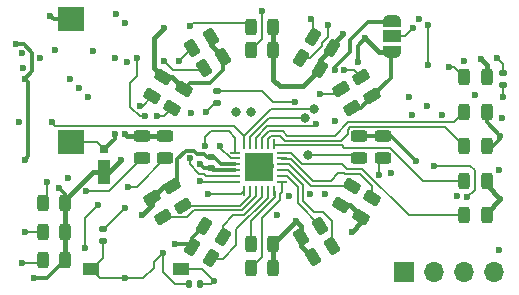
<source format=gtl>
%TF.GenerationSoftware,KiCad,Pcbnew,6.0.5-a6ca702e91~116~ubuntu21.10.1*%
%TF.CreationDate,2022-05-27T18:53:49+10:00*%
%TF.ProjectId,FlarmDisplay,466c6172-6d44-4697-9370-6c61792e6b69,rev?*%
%TF.SameCoordinates,Original*%
%TF.FileFunction,Copper,L1,Top*%
%TF.FilePolarity,Positive*%
%FSLAX46Y46*%
G04 Gerber Fmt 4.6, Leading zero omitted, Abs format (unit mm)*
G04 Created by KiCad (PCBNEW 6.0.5-a6ca702e91~116~ubuntu21.10.1) date 2022-05-27 18:53:49*
%MOMM*%
%LPD*%
G01*
G04 APERTURE LIST*
G04 Aperture macros list*
%AMRoundRect*
0 Rectangle with rounded corners*
0 $1 Rounding radius*
0 $2 $3 $4 $5 $6 $7 $8 $9 X,Y pos of 4 corners*
0 Add a 4 corners polygon primitive as box body*
4,1,4,$2,$3,$4,$5,$6,$7,$8,$9,$2,$3,0*
0 Add four circle primitives for the rounded corners*
1,1,$1+$1,$2,$3*
1,1,$1+$1,$4,$5*
1,1,$1+$1,$6,$7*
1,1,$1+$1,$8,$9*
0 Add four rect primitives between the rounded corners*
20,1,$1+$1,$2,$3,$4,$5,0*
20,1,$1+$1,$4,$5,$6,$7,0*
20,1,$1+$1,$6,$7,$8,$9,0*
20,1,$1+$1,$8,$9,$2,$3,0*%
%AMFreePoly0*
4,1,20,0.000000,0.744959,0.073905,0.744508,0.209726,0.703889,0.328688,0.626782,0.421226,0.519385,0.479903,0.390333,0.500000,0.250000,0.500000,-0.250000,0.499851,-0.262216,0.476331,-0.402017,0.414519,-0.529596,0.319384,-0.634700,0.198574,-0.708877,0.061801,-0.746166,0.000000,-0.745033,0.000000,-0.750000,-0.550000,-0.750000,-0.550000,0.750000,0.000000,0.750000,0.000000,0.744959,
0.000000,0.744959,$1*%
%AMFreePoly1*
4,1,22,0.550000,-0.750000,0.000000,-0.750000,0.000000,-0.745033,-0.079941,-0.743568,-0.215256,-0.701293,-0.333266,-0.622738,-0.424486,-0.514219,-0.481581,-0.384460,-0.499164,-0.250000,-0.500000,-0.250000,-0.500000,0.250000,-0.499164,0.250000,-0.499963,0.256109,-0.478152,0.396186,-0.417904,0.524511,-0.324060,0.630769,-0.204165,0.706417,-0.067858,0.745374,0.000000,0.744959,0.000000,0.750000,
0.550000,0.750000,0.550000,-0.750000,0.550000,-0.750000,$1*%
G04 Aperture macros list end*
%TA.AperFunction,SMDPad,CuDef*%
%ADD10FreePoly0,270.000000*%
%TD*%
%TA.AperFunction,SMDPad,CuDef*%
%ADD11R,1.500000X1.000000*%
%TD*%
%TA.AperFunction,SMDPad,CuDef*%
%ADD12FreePoly1,270.000000*%
%TD*%
%TA.AperFunction,SMDPad,CuDef*%
%ADD13RoundRect,0.140000X0.140000X0.170000X-0.140000X0.170000X-0.140000X-0.170000X0.140000X-0.170000X0*%
%TD*%
%TA.AperFunction,SMDPad,CuDef*%
%ADD14R,1.100000X2.000000*%
%TD*%
%TA.AperFunction,SMDPad,CuDef*%
%ADD15R,0.800000X0.800000*%
%TD*%
%TA.AperFunction,SMDPad,CuDef*%
%ADD16RoundRect,0.243750X-0.243750X-0.456250X0.243750X-0.456250X0.243750X0.456250X-0.243750X0.456250X0*%
%TD*%
%TA.AperFunction,SMDPad,CuDef*%
%ADD17RoundRect,0.243750X0.456250X-0.243750X0.456250X0.243750X-0.456250X0.243750X-0.456250X-0.243750X0*%
%TD*%
%TA.AperFunction,SMDPad,CuDef*%
%ADD18RoundRect,0.243750X-0.516999X-0.017031X-0.273249X-0.439219X0.516999X0.017031X0.273249X0.439219X0*%
%TD*%
%TA.AperFunction,SMDPad,CuDef*%
%ADD19RoundRect,0.243750X-0.273249X0.439219X-0.516999X0.017031X0.273249X-0.439219X0.516999X-0.017031X0*%
%TD*%
%TA.AperFunction,SMDPad,CuDef*%
%ADD20RoundRect,0.243750X-0.017031X0.516999X-0.439219X0.273249X0.017031X-0.516999X0.439219X-0.273249X0*%
%TD*%
%TA.AperFunction,SMDPad,CuDef*%
%ADD21RoundRect,0.243750X0.516999X0.017031X0.273249X0.439219X-0.516999X-0.017031X-0.273249X-0.439219X0*%
%TD*%
%TA.AperFunction,SMDPad,CuDef*%
%ADD22RoundRect,0.243750X0.273249X-0.439219X0.516999X-0.017031X-0.273249X0.439219X-0.516999X0.017031X0*%
%TD*%
%TA.AperFunction,ComponentPad*%
%ADD23R,1.700000X1.700000*%
%TD*%
%TA.AperFunction,ComponentPad*%
%ADD24O,1.700000X1.700000*%
%TD*%
%TA.AperFunction,SMDPad,CuDef*%
%ADD25RoundRect,0.135000X0.185000X-0.135000X0.185000X0.135000X-0.185000X0.135000X-0.185000X-0.135000X0*%
%TD*%
%TA.AperFunction,SMDPad,CuDef*%
%ADD26RoundRect,0.243750X0.439219X0.273249X0.017031X0.516999X-0.439219X-0.273249X-0.017031X-0.516999X0*%
%TD*%
%TA.AperFunction,SMDPad,CuDef*%
%ADD27RoundRect,0.243750X-0.439219X-0.273249X-0.017031X-0.516999X0.439219X0.273249X0.017031X0.516999X0*%
%TD*%
%TA.AperFunction,SMDPad,CuDef*%
%ADD28RoundRect,0.243750X0.017031X-0.516999X0.439219X-0.273249X-0.017031X0.516999X-0.439219X0.273249X0*%
%TD*%
%TA.AperFunction,SMDPad,CuDef*%
%ADD29RoundRect,0.062500X0.062500X-0.325000X0.062500X0.325000X-0.062500X0.325000X-0.062500X-0.325000X0*%
%TD*%
%TA.AperFunction,SMDPad,CuDef*%
%ADD30RoundRect,0.062500X0.325000X-0.062500X0.325000X0.062500X-0.325000X0.062500X-0.325000X-0.062500X0*%
%TD*%
%TA.AperFunction,SMDPad,CuDef*%
%ADD31R,2.450000X2.450000*%
%TD*%
%TA.AperFunction,SMDPad,CuDef*%
%ADD32R,1.450000X1.000000*%
%TD*%
%TA.AperFunction,SMDPad,CuDef*%
%ADD33RoundRect,0.140000X-0.170000X0.140000X-0.170000X-0.140000X0.170000X-0.140000X0.170000X0.140000X0*%
%TD*%
%TA.AperFunction,SMDPad,CuDef*%
%ADD34RoundRect,0.135000X-0.185000X0.135000X-0.185000X-0.135000X0.185000X-0.135000X0.185000X0.135000X0*%
%TD*%
%TA.AperFunction,SMDPad,CuDef*%
%ADD35R,2.200000X2.000000*%
%TD*%
%TA.AperFunction,ViaPad*%
%ADD36C,0.600000*%
%TD*%
%TA.AperFunction,ViaPad*%
%ADD37C,0.800000*%
%TD*%
%TA.AperFunction,Conductor*%
%ADD38C,0.300000*%
%TD*%
%TA.AperFunction,Conductor*%
%ADD39C,0.200000*%
%TD*%
%TA.AperFunction,Conductor*%
%ADD40C,0.400000*%
%TD*%
G04 APERTURE END LIST*
D10*
X112395000Y-114427000D03*
D11*
X112395000Y-113127000D03*
D12*
X112395000Y-111827000D03*
D13*
X96149000Y-134112000D03*
X95189000Y-134112000D03*
D14*
X88021000Y-124587000D03*
D15*
X88021000Y-122687000D03*
D16*
X100441600Y-114274600D03*
X102316600Y-114274600D03*
D17*
X111592200Y-123444000D03*
X111592200Y-121569000D03*
D18*
X109763400Y-116586000D03*
X110700900Y-118209798D03*
X108026950Y-117577501D03*
X108964450Y-119201299D03*
D17*
X109611000Y-123444000D03*
X109611000Y-121569000D03*
D16*
X100441600Y-112293400D03*
X102316600Y-112293400D03*
D19*
X108974900Y-125810906D03*
X108037400Y-127434704D03*
D20*
X106311904Y-129160200D03*
X104688106Y-130097700D03*
D21*
X94712800Y-127439794D03*
X93775300Y-125815996D03*
D19*
X110703200Y-126796800D03*
X109765700Y-128420598D03*
D16*
X82814000Y-132080000D03*
X84689000Y-132080000D03*
X82791000Y-127254000D03*
X84666000Y-127254000D03*
D21*
X92999400Y-128447800D03*
X92061900Y-126824002D03*
D16*
X118501000Y-119507000D03*
X120376000Y-119507000D03*
X118501000Y-122428000D03*
X120376000Y-122428000D03*
D22*
X92083000Y-118200000D03*
X93020500Y-116576202D03*
D16*
X118501000Y-125349000D03*
X120376000Y-125349000D03*
X118501000Y-128270000D03*
X120376000Y-128270000D03*
D23*
X113421000Y-133096000D03*
D24*
X115961000Y-133096000D03*
X118501000Y-133096000D03*
X121041000Y-133096000D03*
D25*
X97546000Y-118745000D03*
X97546000Y-117725000D03*
X121793000Y-116201000D03*
X121793000Y-117221000D03*
D26*
X98054000Y-130124200D03*
X96430202Y-129186700D03*
D20*
X107297798Y-130888500D03*
X105674000Y-131826000D03*
D26*
X97038000Y-131851400D03*
X95414202Y-130913900D03*
D17*
X91170600Y-123441600D03*
X91170600Y-121566600D03*
X93151800Y-123444000D03*
X93151800Y-121569000D03*
D27*
X104682001Y-114923450D03*
X106305799Y-115860950D03*
X105674000Y-113207800D03*
X107297798Y-114145300D03*
D16*
X100444000Y-130733800D03*
X102319000Y-130733800D03*
X100446200Y-132715000D03*
X102321200Y-132715000D03*
D28*
X95439602Y-114094500D03*
X97063400Y-113157000D03*
X96433106Y-115822900D03*
X98056904Y-114885400D03*
D29*
X99852000Y-126193500D03*
X100352000Y-126193500D03*
X100852000Y-126193500D03*
X101352000Y-126193500D03*
X101852000Y-126193500D03*
X102352000Y-126193500D03*
D30*
X103089500Y-125456000D03*
X103089500Y-124956000D03*
X103089500Y-124456000D03*
X103089500Y-123956000D03*
X103089500Y-123456000D03*
X103089500Y-122956000D03*
D29*
X102352000Y-122218500D03*
X101852000Y-122218500D03*
X101352000Y-122218500D03*
X100852000Y-122218500D03*
X100352000Y-122218500D03*
X99852000Y-122218500D03*
D30*
X99114500Y-122956000D03*
X99114500Y-123456000D03*
X99114500Y-123956000D03*
X99114500Y-124456000D03*
X99114500Y-124956000D03*
X99114500Y-125456000D03*
D31*
X101102000Y-124206000D03*
D32*
X94498000Y-132842000D03*
X86923000Y-132842000D03*
D16*
X82814000Y-129667000D03*
X84689000Y-129667000D03*
D22*
X93783000Y-119200000D03*
X94720500Y-117576202D03*
D16*
X118499000Y-116587000D03*
X120374000Y-116587000D03*
D33*
X97038000Y-123317000D03*
X97038000Y-124277000D03*
D34*
X87894000Y-129413000D03*
X87894000Y-130433000D03*
D35*
X85204000Y-111642400D03*
X85204000Y-122042400D03*
D36*
X105537000Y-111633000D03*
X114681000Y-111633000D03*
X115443000Y-112141000D03*
X114173000Y-112395000D03*
X121285000Y-114935000D03*
X121793000Y-118237000D03*
X89418000Y-123571000D03*
X121549000Y-126873000D03*
X121539000Y-121539000D03*
X93990000Y-130683000D03*
X91196000Y-128235000D03*
X108976000Y-129667000D03*
X114437000Y-123698000D03*
X104277000Y-128778000D03*
X89799000Y-121412000D03*
X110119000Y-113284000D03*
X109484000Y-115331000D03*
X83449000Y-111379000D03*
X84211000Y-125984000D03*
X119898000Y-115062000D03*
X93101000Y-112395000D03*
X80782000Y-120396000D03*
X82052000Y-133604000D03*
X108214000Y-112903000D03*
D37*
X99197000Y-119507000D03*
D36*
X84973000Y-125095000D03*
X88910000Y-121412000D03*
X81290000Y-123571000D03*
D37*
X100467000Y-119507000D03*
D36*
X86624000Y-118237000D03*
X121676000Y-120015000D03*
X115326000Y-118999000D03*
X102118000Y-124079000D03*
X81290000Y-116713000D03*
X101102000Y-125095000D03*
X107516734Y-115926737D03*
X121387000Y-124460000D03*
X114056000Y-119761000D03*
X96149000Y-123952000D03*
X85100000Y-116713000D03*
X121422000Y-131191000D03*
X85862000Y-117475000D03*
X101356000Y-123317000D03*
X112278000Y-124714000D03*
X100340000Y-124587000D03*
X113802000Y-118237000D03*
X89799000Y-133604000D03*
X116596000Y-119761000D03*
X80528000Y-113792000D03*
X92974000Y-131445000D03*
X118755000Y-126746000D03*
X115961000Y-124079000D03*
X97292000Y-133858000D03*
X101356000Y-110998000D03*
X111262000Y-124841000D03*
X83830000Y-114300000D03*
X88910000Y-114935000D03*
X106944000Y-112141000D03*
X108341000Y-115951000D03*
X87025474Y-114326990D03*
X106309000Y-117983000D03*
X89037000Y-111252000D03*
X89926000Y-115316000D03*
D37*
X105039000Y-120015000D03*
X105293000Y-123190000D03*
D36*
X95260000Y-112268000D03*
X93101000Y-115189000D03*
X92466000Y-119888000D03*
X90053000Y-125857000D03*
X81036000Y-132334000D03*
X83195000Y-125476000D03*
X81290000Y-129667000D03*
X105928000Y-120523000D03*
X117231000Y-115697000D03*
X86497000Y-126238000D03*
X91069000Y-118999000D03*
X94371000Y-115189000D03*
X115453000Y-115570000D03*
X118501000Y-115189000D03*
X117866000Y-126619000D03*
X119390000Y-118110000D03*
X104150000Y-118653500D03*
X86370000Y-131064000D03*
X87513000Y-127381000D03*
X96657000Y-119507000D03*
X89799000Y-127635000D03*
X97800000Y-122428000D03*
X106690000Y-126492000D03*
X95387000Y-119634000D03*
X89799000Y-112014000D03*
X105420000Y-126492000D03*
X90815000Y-114935000D03*
X91450000Y-119888000D03*
X95260000Y-123444000D03*
X103642000Y-126619000D03*
X82560000Y-114935000D03*
X102626000Y-128270000D03*
X96149000Y-125349000D03*
X107579000Y-120269000D03*
X96784000Y-126492000D03*
X81036000Y-114554000D03*
X83576000Y-120396000D03*
D37*
X105801000Y-119253000D03*
D36*
X81163000Y-115824000D03*
X96530000Y-122428000D03*
D38*
X112295000Y-116615698D02*
X112295000Y-114527000D01*
X112295000Y-114527000D02*
X112395000Y-114427000D01*
X120376000Y-119507000D02*
X120376000Y-120376000D01*
X120376000Y-120376000D02*
X121539000Y-121539000D01*
X120914000Y-122418000D02*
X121539000Y-121793000D01*
X120914000Y-122428000D02*
X120914000Y-122418000D01*
X121539000Y-121793000D02*
X121539000Y-121539000D01*
D39*
X104682001Y-114923450D02*
X105431550Y-114923450D01*
X105431550Y-114923450D02*
X106436000Y-113919000D01*
X106436000Y-113919000D02*
X106436000Y-113665000D01*
X106436000Y-113665000D02*
X106944000Y-113157000D01*
X106944000Y-113157000D02*
X106944000Y-112141000D01*
X105674000Y-113207800D02*
X105674000Y-111770000D01*
X105674000Y-111770000D02*
X105537000Y-111633000D01*
D38*
X107516734Y-115926737D02*
X107516734Y-115749266D01*
X108839000Y-114427000D02*
X108839000Y-113411000D01*
X107516734Y-115749266D02*
X108839000Y-114427000D01*
X108839000Y-113411000D02*
X110363000Y-111887000D01*
X110363000Y-111887000D02*
X112335000Y-111887000D01*
X112335000Y-111887000D02*
X112395000Y-111827000D01*
D39*
X115443000Y-112141000D02*
X115443000Y-115560000D01*
X115443000Y-115560000D02*
X115453000Y-115570000D01*
X113441000Y-113127000D02*
X112395000Y-113127000D01*
X114173000Y-112395000D02*
X113441000Y-113127000D01*
X121793000Y-116201000D02*
X121793000Y-115443000D01*
X121793000Y-115443000D02*
X121285000Y-114935000D01*
X121793000Y-118237000D02*
X121793000Y-117221000D01*
D40*
X111296000Y-114461000D02*
X112361000Y-114461000D01*
X112361000Y-114461000D02*
X112395000Y-114427000D01*
X107297798Y-113819202D02*
X108214000Y-112903000D01*
X102321200Y-130736000D02*
X102319000Y-130733800D01*
D38*
X111592200Y-121569000D02*
X109611000Y-121569000D01*
D40*
X104688106Y-129189106D02*
X104277000Y-128778000D01*
D38*
X95414202Y-130913900D02*
X95414202Y-130202700D01*
D40*
X91170600Y-121566600D02*
X93149400Y-121566600D01*
X106305799Y-115860950D02*
X106305799Y-115137299D01*
X93775300Y-125815996D02*
X93069906Y-125815996D01*
X109765700Y-128877300D02*
X108976000Y-129667000D01*
D38*
X84666000Y-127254000D02*
X84666000Y-126439000D01*
D40*
X108037400Y-127434704D02*
X108779806Y-127434704D01*
D38*
X94720500Y-117576202D02*
X95267703Y-117028999D01*
D40*
X109765700Y-128420598D02*
X109765700Y-128877300D01*
X104818749Y-117348000D02*
X106305799Y-115860950D01*
X104688106Y-130097700D02*
X104688106Y-129189106D01*
D38*
X94201810Y-125389486D02*
X93775300Y-125815996D01*
D40*
X107297798Y-114145300D02*
X107297798Y-113819202D01*
X93020500Y-116576202D02*
X92212000Y-115767702D01*
X97063400Y-113891896D02*
X98056904Y-114885400D01*
D38*
X95267703Y-117028999D02*
X96976001Y-117028999D01*
D40*
X120376000Y-125700000D02*
X121549000Y-126873000D01*
D38*
X94947999Y-122793999D02*
X94201810Y-123540188D01*
D40*
X97063400Y-113157000D02*
X97063400Y-113891896D01*
D38*
X97292000Y-123317000D02*
X97038000Y-123317000D01*
X109709399Y-119201299D02*
X108964450Y-119201299D01*
X85204000Y-111642400D02*
X83712400Y-111642400D01*
D40*
X84689000Y-127277000D02*
X84666000Y-127254000D01*
X120374000Y-116587000D02*
X120374000Y-115538000D01*
X87071000Y-124587000D02*
X84666000Y-126992000D01*
X102321200Y-130733800D02*
X104277000Y-128778000D01*
X84666000Y-126992000D02*
X84666000Y-127254000D01*
D38*
X110700900Y-118209798D02*
X112295000Y-116615698D01*
X84689000Y-132080000D02*
X83165000Y-133604000D01*
X95572001Y-122793999D02*
X94947999Y-122793999D01*
X98056904Y-115948096D02*
X98056904Y-114885400D01*
D40*
X93069906Y-125815996D02*
X92061900Y-126824002D01*
D38*
X96728000Y-123317000D02*
X96489001Y-123078001D01*
D40*
X106305799Y-115137299D02*
X107297798Y-114145300D01*
D38*
X111592200Y-121569000D02*
X112308000Y-121569000D01*
X96489001Y-123078001D02*
X95856003Y-123078001D01*
D40*
X84689000Y-132080000D02*
X84689000Y-129667000D01*
D38*
X109484000Y-115331000D02*
X109484000Y-113919000D01*
X97038000Y-123317000D02*
X96728000Y-123317000D01*
D40*
X92061900Y-126824002D02*
X92061900Y-127369100D01*
X120376000Y-125349000D02*
X120376000Y-125700000D01*
X111296000Y-114461000D02*
X110119000Y-113284000D01*
X120376000Y-128270000D02*
X120376000Y-128046000D01*
X84689000Y-129667000D02*
X84689000Y-127277000D01*
X102880000Y-117348000D02*
X104818749Y-117348000D01*
X102316600Y-114274600D02*
X102316600Y-116784600D01*
X93020500Y-116576202D02*
X93720500Y-116576202D01*
X104688106Y-130097700D02*
X104688106Y-130840106D01*
X88021000Y-124587000D02*
X87071000Y-124587000D01*
X102321200Y-132715000D02*
X102321200Y-130736000D01*
X102316600Y-112293400D02*
X102316600Y-114274600D01*
D38*
X110700900Y-118209798D02*
X109709399Y-119201299D01*
X109484000Y-113919000D02*
X110119000Y-113284000D01*
X96976001Y-117028999D02*
X98056904Y-115948096D01*
X94201810Y-123540188D02*
X94201810Y-125389486D01*
D40*
X102319000Y-130733800D02*
X102321200Y-130733800D01*
D38*
X112308000Y-121569000D02*
X114437000Y-123698000D01*
D40*
X88402000Y-124587000D02*
X89418000Y-123571000D01*
D38*
X95183302Y-130683000D02*
X95414202Y-130913900D01*
D40*
X91170600Y-121566600D02*
X89953600Y-121566600D01*
X92212000Y-113284000D02*
X93101000Y-112395000D01*
X92061900Y-127369100D02*
X91196000Y-128235000D01*
X93149400Y-121566600D02*
X93151800Y-121569000D01*
D38*
X83165000Y-133604000D02*
X82052000Y-133604000D01*
D40*
X120374000Y-115538000D02*
X119898000Y-115062000D01*
X120376000Y-128046000D02*
X121549000Y-126873000D01*
X93720500Y-116576202D02*
X94720500Y-117576202D01*
X89953600Y-121566600D02*
X89799000Y-121412000D01*
D38*
X95414202Y-130202700D02*
X96430202Y-129186700D01*
D40*
X108779806Y-127434704D02*
X109765700Y-128420598D01*
X104688106Y-130840106D02*
X105674000Y-131826000D01*
D38*
X97931000Y-123956000D02*
X97292000Y-123317000D01*
X83712400Y-111642400D02*
X83449000Y-111379000D01*
X95856003Y-123078001D02*
X95572001Y-122793999D01*
X120376000Y-122428000D02*
X120914000Y-122428000D01*
X84666000Y-126439000D02*
X84211000Y-125984000D01*
D40*
X88021000Y-124587000D02*
X88402000Y-124587000D01*
D38*
X99114500Y-123956000D02*
X97931000Y-123956000D01*
D40*
X102316600Y-116784600D02*
X102880000Y-117348000D01*
X92212000Y-115767702D02*
X92212000Y-113284000D01*
D38*
X93990000Y-130683000D02*
X95183302Y-130683000D01*
X88910000Y-121412000D02*
X88910000Y-121798000D01*
D39*
X87376400Y-122042400D02*
X85204000Y-122042400D01*
D38*
X88910000Y-121798000D02*
X88021000Y-122687000D01*
D39*
X87376400Y-122042400D02*
X88021000Y-122687000D01*
D38*
X81589999Y-117012999D02*
X81589999Y-123271001D01*
D39*
X91323000Y-133604000D02*
X92212000Y-132715000D01*
X92974000Y-131445000D02*
X92974000Y-133083002D01*
D38*
X97217000Y-124456000D02*
X97038000Y-124277000D01*
X81909999Y-114509451D02*
X81909999Y-116093001D01*
X81290000Y-116713000D02*
X81909999Y-116093001D01*
D39*
X92212000Y-132207000D02*
X92974000Y-131445000D01*
D38*
X81192548Y-113792000D02*
X81909999Y-114509451D01*
D39*
X87894000Y-131871000D02*
X86923000Y-132842000D01*
X92212000Y-132715000D02*
X92212000Y-132207000D01*
X94002998Y-134112000D02*
X95189000Y-134112000D01*
X87685000Y-133604000D02*
X86923000Y-132842000D01*
D38*
X97038000Y-124277000D02*
X96474000Y-124277000D01*
X80528000Y-113792000D02*
X81192548Y-113792000D01*
X81290000Y-116713000D02*
X81589999Y-117012999D01*
D39*
X87894000Y-130433000D02*
X87894000Y-131871000D01*
D38*
X96474000Y-124277000D02*
X96149000Y-123952000D01*
D39*
X92974000Y-133083002D02*
X94002998Y-134112000D01*
X89799000Y-133604000D02*
X87685000Y-133604000D01*
D38*
X99114500Y-124456000D02*
X97217000Y-124456000D01*
X81589999Y-123271001D02*
X81290000Y-123571000D01*
D39*
X89799000Y-133604000D02*
X91323000Y-133604000D01*
X119009000Y-124079000D02*
X119390000Y-124460000D01*
X119390000Y-126111000D02*
X118755000Y-126746000D01*
X119390000Y-124460000D02*
X119390000Y-126111000D01*
X115961000Y-124079000D02*
X119009000Y-124079000D01*
X96149000Y-134112000D02*
X97038000Y-134112000D01*
X97038000Y-134112000D02*
X97292000Y-133858000D01*
X94498000Y-132842000D02*
X95387000Y-132842000D01*
X96276000Y-132842000D02*
X95387000Y-132842000D01*
X97292000Y-133858000D02*
X96276000Y-132842000D01*
X101356000Y-110998000D02*
X101356000Y-113360200D01*
X101356000Y-113360200D02*
X100441600Y-114274600D01*
X111262000Y-123774200D02*
X111592200Y-123444000D01*
X111262000Y-124841000D02*
X111262000Y-123774200D01*
X108341000Y-115951000D02*
X109128400Y-115951000D01*
X109128400Y-115951000D02*
X109763400Y-116586000D01*
X107621451Y-117983000D02*
X108026950Y-117577501D01*
X106309000Y-117983000D02*
X107621451Y-117983000D01*
X109357000Y-123190000D02*
X109611000Y-123444000D01*
X101958235Y-120015000D02*
X105039000Y-120015000D01*
X100352000Y-122218500D02*
X100352000Y-121621235D01*
X105293000Y-123190000D02*
X109357000Y-123190000D01*
X100352000Y-121621235D02*
X101958235Y-120015000D01*
X100116201Y-111968001D02*
X100441600Y-112293400D01*
X95559999Y-111968001D02*
X100116201Y-111968001D01*
X95260000Y-112268000D02*
X95559999Y-111968001D01*
X103089500Y-123956000D02*
X103646000Y-123956000D01*
X103646000Y-123956000D02*
X105500906Y-125810906D01*
X105500906Y-125810906D02*
X108974900Y-125810906D01*
X93863000Y-115951000D02*
X96305006Y-115951000D01*
X93101000Y-115189000D02*
X93863000Y-115951000D01*
X96305006Y-115951000D02*
X96433106Y-115822900D01*
X104404000Y-125870332D02*
X104404000Y-127252296D01*
X103489668Y-124956000D02*
X104404000Y-125870332D01*
X103089500Y-124956000D02*
X103489668Y-124956000D01*
X104404000Y-127252296D02*
X106311904Y-129160200D01*
X92466000Y-119888000D02*
X93095000Y-119888000D01*
X93095000Y-119888000D02*
X93783000Y-119200000D01*
X102477000Y-126318500D02*
X102477000Y-126731462D01*
X102352000Y-126193500D02*
X102477000Y-126318500D01*
X102477000Y-126731462D02*
X100444000Y-128764462D01*
X100444000Y-128764462D02*
X100444000Y-130733800D01*
X90738800Y-125857000D02*
X93151800Y-123444000D01*
X90053000Y-125857000D02*
X90738800Y-125857000D01*
X101352000Y-126193500D02*
X101352000Y-126725065D01*
X99807065Y-128270000D02*
X98943000Y-128270000D01*
X98054000Y-129159000D02*
X98054000Y-130124200D01*
X98943000Y-128270000D02*
X98054000Y-129159000D01*
X101352000Y-126725065D02*
X99807065Y-128270000D01*
X100352000Y-126593668D02*
X99505874Y-127439794D01*
X99505874Y-127439794D02*
X94712800Y-127439794D01*
X100352000Y-126193500D02*
X100352000Y-126593668D01*
X103093990Y-123530990D02*
X103089500Y-123526500D01*
X107833000Y-124714000D02*
X107198000Y-125349000D01*
X109630010Y-124733010D02*
X110703200Y-125806200D01*
X103089500Y-123526500D02*
X103089500Y-123456000D01*
X107198000Y-125349000D02*
X105674000Y-125349000D01*
X108429311Y-124733010D02*
X108410301Y-124714000D01*
X108410301Y-124714000D02*
X107833000Y-124714000D01*
X105674000Y-125349000D02*
X103855990Y-123530990D01*
X103855990Y-123530990D02*
X103093990Y-123530990D01*
X109630010Y-124733010D02*
X108429311Y-124733010D01*
X110703200Y-125806200D02*
X110703200Y-126796800D01*
X82560000Y-132334000D02*
X82814000Y-132080000D01*
X81036000Y-132334000D02*
X82560000Y-132334000D01*
X106563000Y-128016000D02*
X107297798Y-128750798D01*
X105733402Y-128016000D02*
X106563000Y-128016000D01*
X103089500Y-124456000D02*
X103555367Y-124456000D01*
X104804010Y-125704643D02*
X104804010Y-127086608D01*
X103555367Y-124456000D02*
X104804010Y-125704643D01*
X104804010Y-127086608D02*
X105733402Y-128016000D01*
X107297798Y-128750798D02*
X107297798Y-130888500D01*
X83195000Y-125476000D02*
X83195000Y-126850000D01*
X83195000Y-126850000D02*
X82791000Y-127254000D01*
X101356000Y-131805200D02*
X100446200Y-132715000D01*
X102877010Y-126492000D02*
X102877010Y-127002990D01*
X103089500Y-126279510D02*
X102877010Y-126492000D01*
X101356000Y-128524000D02*
X101356000Y-131805200D01*
X102877010Y-127002990D02*
X101356000Y-128524000D01*
X103089500Y-125456000D02*
X103089500Y-126279510D01*
X81290000Y-129667000D02*
X82814000Y-129667000D01*
X99197000Y-130810000D02*
X98054000Y-131953000D01*
X98054000Y-131953000D02*
X97139600Y-131953000D01*
X101852000Y-126193500D02*
X101852000Y-126790764D01*
X99197000Y-129445764D02*
X99197000Y-130810000D01*
X101852000Y-126790764D02*
X99197000Y-129445764D01*
X97139600Y-131953000D02*
X97038000Y-131851400D01*
X101807964Y-120730970D02*
X105720030Y-120730970D01*
X117231000Y-115697000D02*
X117609000Y-115697000D01*
X105720030Y-120730970D02*
X105928000Y-120523000D01*
X100852000Y-121686935D02*
X101807964Y-120730970D01*
X100852000Y-122218500D02*
X100852000Y-121686935D01*
X117609000Y-115697000D02*
X118499000Y-116587000D01*
X99671563Y-127839804D02*
X95581014Y-127839804D01*
X100852000Y-126659366D02*
X99671563Y-127839804D01*
X100852000Y-126193500D02*
X100852000Y-126659366D01*
X95581014Y-127839804D02*
X94973018Y-128447800D01*
X94973018Y-128447800D02*
X92999400Y-128447800D01*
X103515000Y-121539000D02*
X107521301Y-121539000D01*
X117626520Y-120381480D02*
X118501000Y-119507000D01*
X103106980Y-121130980D02*
X103515000Y-121539000D01*
X108678821Y-120381480D02*
X117626520Y-120381480D01*
X101352000Y-122218500D02*
X101352000Y-121752633D01*
X101973653Y-121130980D02*
X103106980Y-121130980D01*
X101352000Y-121752633D02*
X101973653Y-121130980D01*
X107521301Y-121539000D02*
X108678821Y-120381480D01*
X86497000Y-126238000D02*
X88374200Y-126238000D01*
X88374200Y-126238000D02*
X91170600Y-123441600D01*
X108610990Y-121396010D02*
X108610990Y-121015010D01*
X116854490Y-120781490D02*
X118501000Y-122428000D01*
X108844510Y-120781490D02*
X116854490Y-120781490D01*
X102139342Y-121530990D02*
X102871990Y-121530990D01*
X108610990Y-121015010D02*
X108844510Y-120781490D01*
X101852000Y-122218500D02*
X101852000Y-121818332D01*
X101852000Y-121818332D02*
X102139342Y-121530990D01*
X103297500Y-121956500D02*
X108050500Y-121956500D01*
X108050500Y-121956500D02*
X108610990Y-121396010D01*
X102871990Y-121530990D02*
X103297500Y-121956500D01*
X91284000Y-118999000D02*
X92083000Y-118200000D01*
X91069000Y-118999000D02*
X91284000Y-118999000D01*
X112172194Y-122555000D02*
X114966194Y-125349000D01*
X114966194Y-125349000D02*
X118501000Y-125349000D01*
X108341000Y-122555000D02*
X112172194Y-122555000D01*
X102352000Y-122218500D02*
X102490010Y-122356510D01*
X102490010Y-122356510D02*
X108142510Y-122356510D01*
X108142510Y-122356510D02*
X108341000Y-122555000D01*
X94371000Y-115163102D02*
X95439602Y-114094500D01*
X94371000Y-115189000D02*
X94371000Y-115163102D01*
X108595000Y-124333000D02*
X109865998Y-124333000D01*
X104780699Y-123890001D02*
X108152001Y-123890001D01*
X108152001Y-123890001D02*
X108595000Y-124333000D01*
X113802998Y-128270000D02*
X118501000Y-128270000D01*
X103089500Y-122956000D02*
X103846698Y-122956000D01*
X109865998Y-124333000D02*
X113802998Y-128270000D01*
X103846698Y-122956000D02*
X104780699Y-123890001D01*
X104150000Y-118653500D02*
X102280500Y-118653500D01*
X102280500Y-118653500D02*
X101352000Y-117725000D01*
X101352000Y-117725000D02*
X97546000Y-117725000D01*
X97419000Y-118745000D02*
X96657000Y-119507000D01*
X87513000Y-127381000D02*
X86370000Y-128524000D01*
X97546000Y-118745000D02*
X97419000Y-118745000D01*
X86370000Y-128524000D02*
X86370000Y-131064000D01*
X98714332Y-123456000D02*
X97800000Y-122541668D01*
X88021000Y-129413000D02*
X89799000Y-127635000D01*
X97800000Y-122541668D02*
X97800000Y-122428000D01*
X87894000Y-129413000D02*
X88021000Y-129413000D01*
X99114500Y-123456000D02*
X98714332Y-123456000D01*
X91025736Y-119888000D02*
X90214001Y-119076265D01*
X90815000Y-116459000D02*
X90815000Y-114935000D01*
X90214001Y-119076265D02*
X90214001Y-117059999D01*
X91450000Y-119888000D02*
X91025736Y-119888000D01*
X90214001Y-117059999D02*
X90815000Y-116459000D01*
X96437999Y-124748999D02*
X96645000Y-124956000D01*
X95260000Y-123444000D02*
X95260000Y-123952000D01*
X96645000Y-124956000D02*
X99114500Y-124956000D01*
X95260000Y-123952000D02*
X96056999Y-124748999D01*
X96056999Y-124748999D02*
X96437999Y-124748999D01*
X96256000Y-125456000D02*
X99114500Y-125456000D01*
X96149000Y-125349000D02*
X96256000Y-125456000D01*
X99553500Y-126492000D02*
X99852000Y-126193500D01*
X96784000Y-126492000D02*
X99553500Y-126492000D01*
X83576000Y-120396000D02*
X83875999Y-120695999D01*
X102154536Y-119253000D02*
X105801000Y-119253000D01*
X99852000Y-121555536D02*
X102154536Y-119253000D01*
X83875999Y-120695999D02*
X98992463Y-120695999D01*
X98992463Y-120695999D02*
X99852000Y-121555536D01*
X99852000Y-122218500D02*
X99852000Y-121555536D01*
X97038000Y-121158000D02*
X96530000Y-121666000D01*
X98562000Y-121158000D02*
X97038000Y-121158000D01*
X96530000Y-121666000D02*
X96530000Y-122428000D01*
X99114500Y-122956000D02*
X99114500Y-121710500D01*
X99114500Y-121710500D02*
X98562000Y-121158000D01*
M02*

</source>
